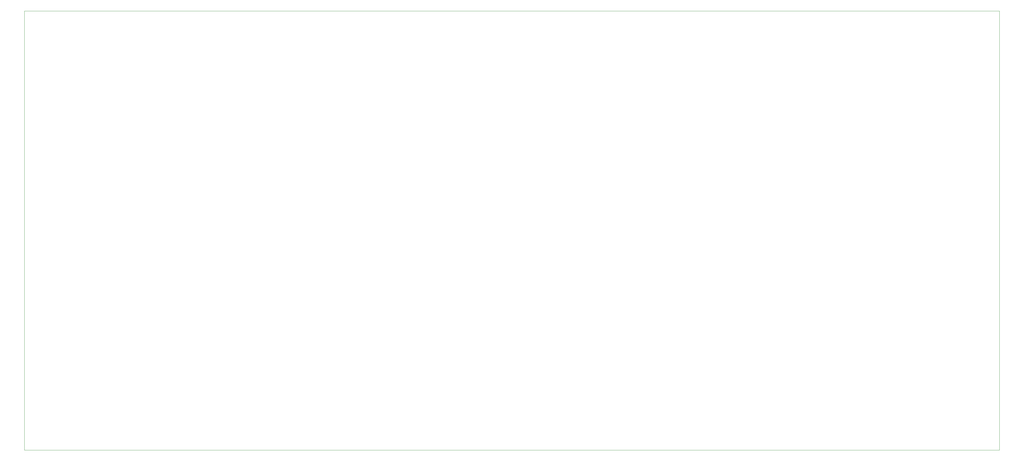
<source format=gbr>
%TF.GenerationSoftware,KiCad,Pcbnew,(5.1.7)-1*%
%TF.CreationDate,2020-12-17T15:48:16-08:00*%
%TF.ProjectId,memers and dreamers - Copy,6d656d65-7273-4206-916e-642064726561,rev?*%
%TF.SameCoordinates,Original*%
%TF.FileFunction,Profile,NP*%
%FSLAX46Y46*%
G04 Gerber Fmt 4.6, Leading zero omitted, Abs format (unit mm)*
G04 Created by KiCad (PCBNEW (5.1.7)-1) date 2020-12-17 15:48:16*
%MOMM*%
%LPD*%
G01*
G04 APERTURE LIST*
%TA.AperFunction,Profile*%
%ADD10C,0.050000*%
%TD*%
G04 APERTURE END LIST*
D10*
X300990000Y-53340000D02*
X300990000Y-92075000D01*
X-7620000Y-86995000D02*
X-7620000Y-104775000D01*
X-7620000Y-172085000D02*
X14605000Y-172085000D01*
X300990000Y-172085000D02*
X236220000Y-172085000D01*
X55245000Y-172085000D02*
X14605000Y-172085000D01*
X100330000Y-172085000D02*
X55245000Y-172085000D01*
X115570000Y-172085000D02*
X100330000Y-172085000D01*
X199390000Y-172085000D02*
X160655000Y-172085000D01*
X160655000Y-172085000D02*
X115570000Y-172085000D01*
X236220000Y-172085000D02*
X199390000Y-172085000D01*
X-7620000Y-104775000D02*
X-7620000Y-172085000D01*
X-7620000Y-33020000D02*
X-7620000Y-86995000D01*
X300990000Y-92075000D02*
X300990000Y-172085000D01*
X300990000Y-33020000D02*
X300990000Y-53340000D01*
X299720000Y-33020000D02*
X300990000Y-33020000D01*
X-7620000Y-33020000D02*
X299720000Y-33020000D01*
M02*

</source>
